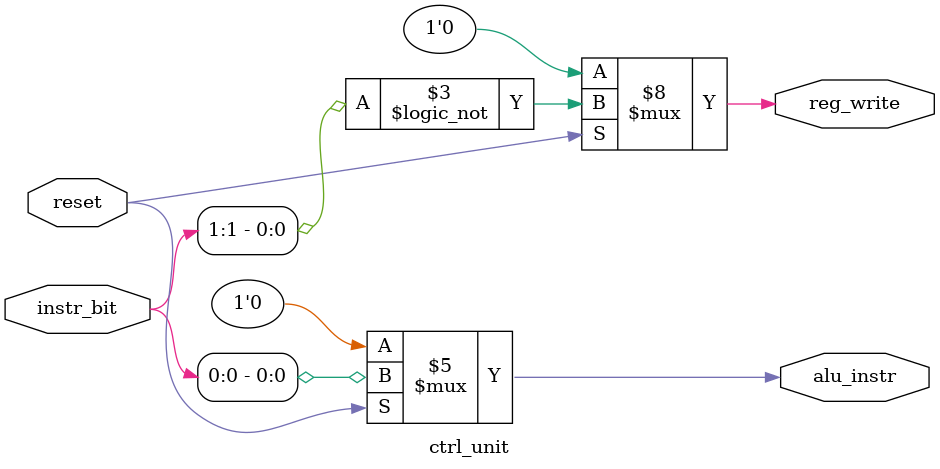
<source format=v>
`timescale 1ns / 1ps


module ctrl_unit( input reset,
    input [1:0]instr_bit,
    output reg reg_write,
    output reg alu_instr
    );
    

      always@( reset,instr_bit)
    
    if(reset == 0 )
    begin
  reg_write = 0;
    alu_instr = 0;
    end  
 
  else begin
  reg_write = !instr_bit[1];        //branch instruction or not
  alu_instr = instr_bit[0];      // R-type or I-type
  end
endmodule

</source>
